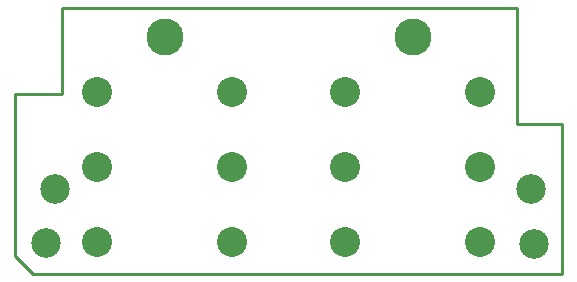
<source format=gbl>
G04 EAGLE Gerber RS-274X export*
G75*
%MOMM*%
%FSLAX34Y34*%
%LPD*%
%INBottom Copper*%
%IPPOS*%
%AMOC8*
5,1,8,0,0,1.08239X$1,22.5*%
G01*
%ADD10C,2.540000*%
%ADD11C,3.124200*%
%ADD12C,2.500000*%
%ADD13C,0.254000*%


D10*
X623500Y437000D03*
X623500Y500500D03*
X623500Y564000D03*
X509454Y437000D03*
X509454Y500500D03*
X509454Y564000D03*
D11*
X566604Y610228D03*
D10*
X413600Y437300D03*
X413600Y500800D03*
X413600Y564300D03*
X299554Y437300D03*
X299554Y500800D03*
X299554Y564300D03*
D11*
X356704Y610528D03*
D12*
X667000Y481500D03*
X263500Y481500D03*
X669500Y435000D03*
X256250Y436250D03*
D13*
X230000Y425000D02*
X245000Y410000D01*
X693000Y410000D01*
X693000Y536500D01*
X655000Y536500D01*
X655000Y635000D01*
X270000Y635000D01*
X270000Y562500D01*
X230000Y562500D01*
X230000Y425000D01*
M02*

</source>
